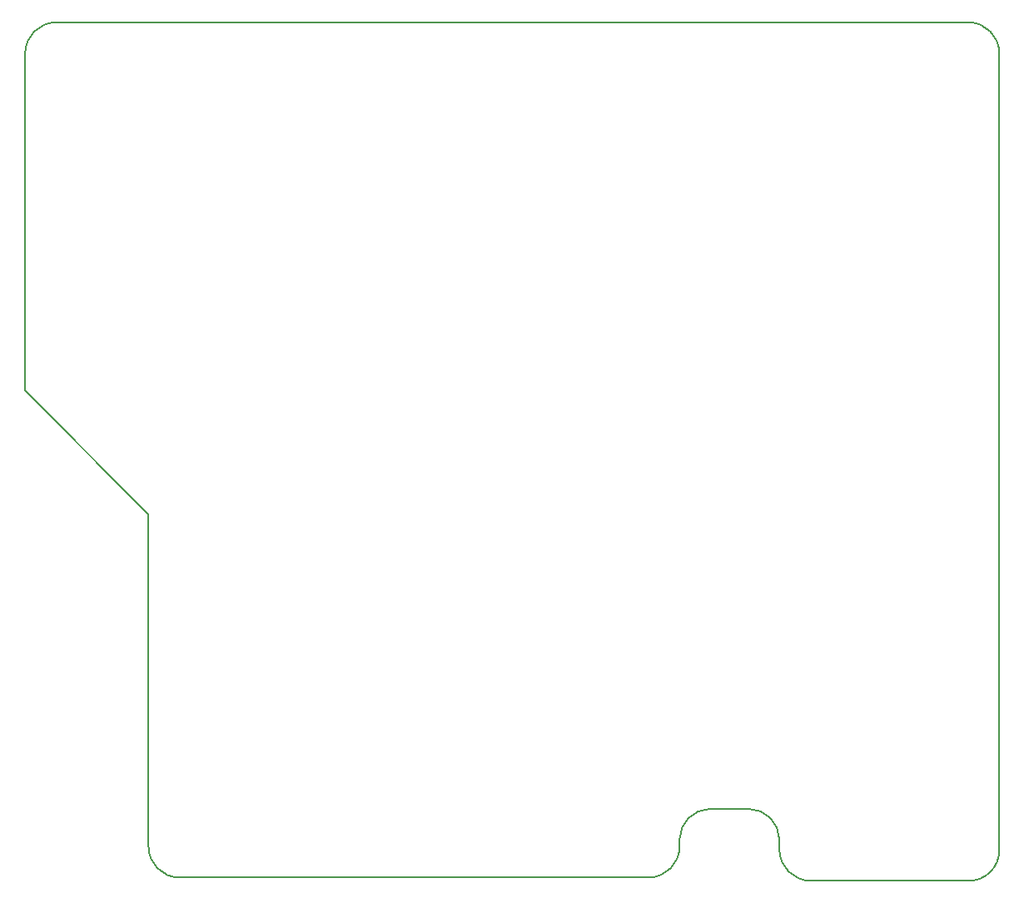
<source format=gko>
G04 DipTrace 2.4.0.2*
%INBoardOutline.gbr*%
%MOIN*%
%ADD11C,0.006*%
%FSLAX44Y44*%
G04*
G70*
G90*
G75*
G01*
%LNBoardOutline*%
%LPD*%
X41670Y3942D2*
D11*
G03X42940Y5192I61J1208D01*
G01*
Y37082D1*
G03X41700Y38322I-1226J14D01*
G01*
X5190D1*
G03X3940Y37082I-8J-1242D01*
G01*
Y23572D1*
X8860Y18602D1*
X8880Y5322D1*
G03X10130Y4072I1238J-12D01*
G01*
X28910D1*
G03X30140Y5332I-5J1236D01*
G01*
Y5592D1*
G02X31360Y6822I1243J-12D01*
G01*
X32900D1*
G02X34140Y5592I-6J-1246D01*
G01*
Y5192D1*
G03X35390Y3942I1251J1D01*
G01*
X41670D1*
M02*

</source>
